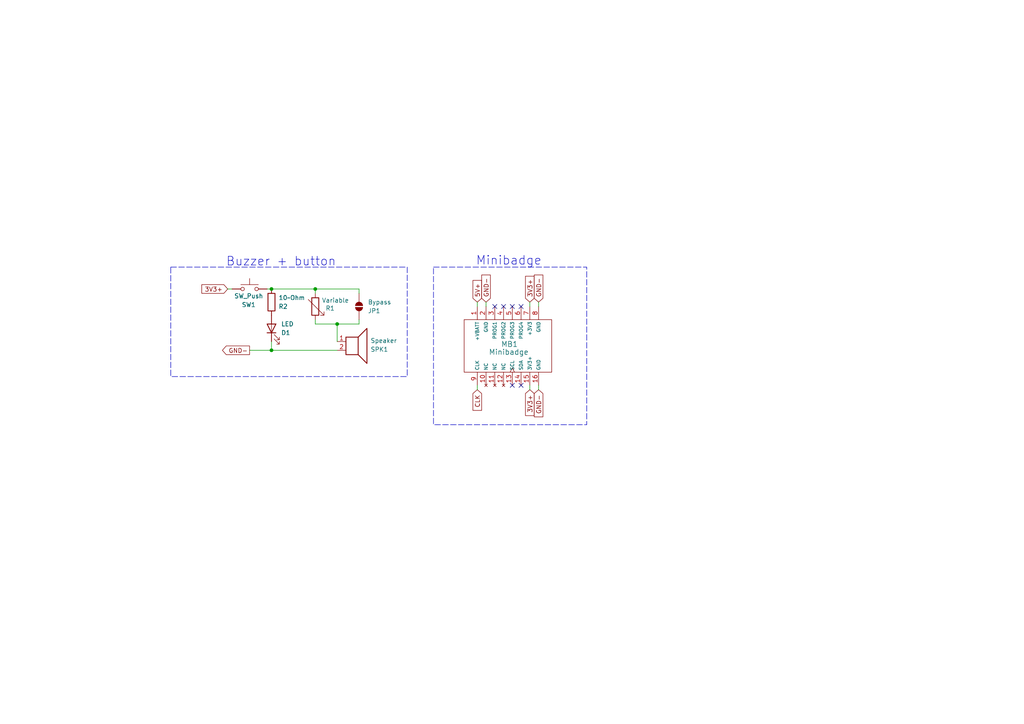
<source format=kicad_sch>
(kicad_sch
	(version 20231120)
	(generator "eeschema")
	(generator_version "8.0")
	(uuid "1e97f6ac-24fe-4635-889a-d89a0466b0ca")
	(paper "A4")
	(lib_symbols
		(symbol "Device:LED"
			(pin_numbers hide)
			(pin_names
				(offset 1.016) hide)
			(exclude_from_sim no)
			(in_bom yes)
			(on_board yes)
			(property "Reference" "D"
				(at 0 2.54 0)
				(effects
					(font
						(size 1.27 1.27)
					)
				)
			)
			(property "Value" "LED"
				(at 0 -2.54 0)
				(effects
					(font
						(size 1.27 1.27)
					)
				)
			)
			(property "Footprint" ""
				(at 0 0 0)
				(effects
					(font
						(size 1.27 1.27)
					)
					(hide yes)
				)
			)
			(property "Datasheet" "~"
				(at 0 0 0)
				(effects
					(font
						(size 1.27 1.27)
					)
					(hide yes)
				)
			)
			(property "Description" "Light emitting diode"
				(at 0 0 0)
				(effects
					(font
						(size 1.27 1.27)
					)
					(hide yes)
				)
			)
			(property "ki_keywords" "LED diode"
				(at 0 0 0)
				(effects
					(font
						(size 1.27 1.27)
					)
					(hide yes)
				)
			)
			(property "ki_fp_filters" "LED* LED_SMD:* LED_THT:*"
				(at 0 0 0)
				(effects
					(font
						(size 1.27 1.27)
					)
					(hide yes)
				)
			)
			(symbol "LED_0_1"
				(polyline
					(pts
						(xy -1.27 -1.27) (xy -1.27 1.27)
					)
					(stroke
						(width 0.254)
						(type default)
					)
					(fill
						(type none)
					)
				)
				(polyline
					(pts
						(xy -1.27 0) (xy 1.27 0)
					)
					(stroke
						(width 0)
						(type default)
					)
					(fill
						(type none)
					)
				)
				(polyline
					(pts
						(xy 1.27 -1.27) (xy 1.27 1.27) (xy -1.27 0) (xy 1.27 -1.27)
					)
					(stroke
						(width 0.254)
						(type default)
					)
					(fill
						(type none)
					)
				)
				(polyline
					(pts
						(xy -3.048 -0.762) (xy -4.572 -2.286) (xy -3.81 -2.286) (xy -4.572 -2.286) (xy -4.572 -1.524)
					)
					(stroke
						(width 0)
						(type default)
					)
					(fill
						(type none)
					)
				)
				(polyline
					(pts
						(xy -1.778 -0.762) (xy -3.302 -2.286) (xy -2.54 -2.286) (xy -3.302 -2.286) (xy -3.302 -1.524)
					)
					(stroke
						(width 0)
						(type default)
					)
					(fill
						(type none)
					)
				)
			)
			(symbol "LED_1_1"
				(pin passive line
					(at -3.81 0 0)
					(length 2.54)
					(name "K"
						(effects
							(font
								(size 1.27 1.27)
							)
						)
					)
					(number "1"
						(effects
							(font
								(size 1.27 1.27)
							)
						)
					)
				)
				(pin passive line
					(at 3.81 0 180)
					(length 2.54)
					(name "A"
						(effects
							(font
								(size 1.27 1.27)
							)
						)
					)
					(number "2"
						(effects
							(font
								(size 1.27 1.27)
							)
						)
					)
				)
			)
		)
		(symbol "Device:R"
			(pin_numbers hide)
			(pin_names
				(offset 0)
			)
			(exclude_from_sim no)
			(in_bom yes)
			(on_board yes)
			(property "Reference" "R"
				(at 2.032 0 90)
				(effects
					(font
						(size 1.27 1.27)
					)
				)
			)
			(property "Value" "R"
				(at 0 0 90)
				(effects
					(font
						(size 1.27 1.27)
					)
				)
			)
			(property "Footprint" ""
				(at -1.778 0 90)
				(effects
					(font
						(size 1.27 1.27)
					)
					(hide yes)
				)
			)
			(property "Datasheet" "~"
				(at 0 0 0)
				(effects
					(font
						(size 1.27 1.27)
					)
					(hide yes)
				)
			)
			(property "Description" "Resistor"
				(at 0 0 0)
				(effects
					(font
						(size 1.27 1.27)
					)
					(hide yes)
				)
			)
			(property "ki_keywords" "R res resistor"
				(at 0 0 0)
				(effects
					(font
						(size 1.27 1.27)
					)
					(hide yes)
				)
			)
			(property "ki_fp_filters" "R_*"
				(at 0 0 0)
				(effects
					(font
						(size 1.27 1.27)
					)
					(hide yes)
				)
			)
			(symbol "R_0_1"
				(rectangle
					(start -1.016 -2.54)
					(end 1.016 2.54)
					(stroke
						(width 0.254)
						(type default)
					)
					(fill
						(type none)
					)
				)
			)
			(symbol "R_1_1"
				(pin passive line
					(at 0 3.81 270)
					(length 1.27)
					(name "~"
						(effects
							(font
								(size 1.27 1.27)
							)
						)
					)
					(number "1"
						(effects
							(font
								(size 1.27 1.27)
							)
						)
					)
				)
				(pin passive line
					(at 0 -3.81 90)
					(length 1.27)
					(name "~"
						(effects
							(font
								(size 1.27 1.27)
							)
						)
					)
					(number "2"
						(effects
							(font
								(size 1.27 1.27)
							)
						)
					)
				)
			)
		)
		(symbol "Device:R_Variable"
			(pin_numbers hide)
			(pin_names
				(offset 0)
			)
			(exclude_from_sim no)
			(in_bom yes)
			(on_board yes)
			(property "Reference" "R"
				(at 2.54 -2.54 90)
				(effects
					(font
						(size 1.27 1.27)
					)
					(justify left)
				)
			)
			(property "Value" "R_Variable"
				(at -2.54 -1.27 90)
				(effects
					(font
						(size 1.27 1.27)
					)
					(justify left)
				)
			)
			(property "Footprint" ""
				(at -1.778 0 90)
				(effects
					(font
						(size 1.27 1.27)
					)
					(hide yes)
				)
			)
			(property "Datasheet" "~"
				(at 0 0 0)
				(effects
					(font
						(size 1.27 1.27)
					)
					(hide yes)
				)
			)
			(property "Description" "Variable resistor"
				(at 0 0 0)
				(effects
					(font
						(size 1.27 1.27)
					)
					(hide yes)
				)
			)
			(property "ki_keywords" "R res resistor variable potentiometer rheostat"
				(at 0 0 0)
				(effects
					(font
						(size 1.27 1.27)
					)
					(hide yes)
				)
			)
			(property "ki_fp_filters" "R_*"
				(at 0 0 0)
				(effects
					(font
						(size 1.27 1.27)
					)
					(hide yes)
				)
			)
			(symbol "R_Variable_0_1"
				(rectangle
					(start -1.016 -2.54)
					(end 1.016 2.54)
					(stroke
						(width 0.254)
						(type default)
					)
					(fill
						(type none)
					)
				)
				(polyline
					(pts
						(xy 2.54 1.524) (xy 2.54 2.54) (xy 1.524 2.54) (xy 2.54 2.54) (xy -2.032 -2.032)
					)
					(stroke
						(width 0)
						(type default)
					)
					(fill
						(type none)
					)
				)
			)
			(symbol "R_Variable_1_1"
				(pin passive line
					(at 0 3.81 270)
					(length 1.27)
					(name "~"
						(effects
							(font
								(size 1.27 1.27)
							)
						)
					)
					(number "1"
						(effects
							(font
								(size 1.27 1.27)
							)
						)
					)
				)
				(pin passive line
					(at 0 -3.81 90)
					(length 1.27)
					(name "~"
						(effects
							(font
								(size 1.27 1.27)
							)
						)
					)
					(number "2"
						(effects
							(font
								(size 1.27 1.27)
							)
						)
					)
				)
			)
		)
		(symbol "Device:Speaker"
			(pin_names
				(offset 0) hide)
			(exclude_from_sim no)
			(in_bom yes)
			(on_board yes)
			(property "Reference" "LS"
				(at 1.27 5.715 0)
				(effects
					(font
						(size 1.27 1.27)
					)
					(justify right)
				)
			)
			(property "Value" "Speaker"
				(at 1.27 3.81 0)
				(effects
					(font
						(size 1.27 1.27)
					)
					(justify right)
				)
			)
			(property "Footprint" ""
				(at 0 -5.08 0)
				(effects
					(font
						(size 1.27 1.27)
					)
					(hide yes)
				)
			)
			(property "Datasheet" "~"
				(at -0.254 -1.27 0)
				(effects
					(font
						(size 1.27 1.27)
					)
					(hide yes)
				)
			)
			(property "Description" "Speaker"
				(at 0 0 0)
				(effects
					(font
						(size 1.27 1.27)
					)
					(hide yes)
				)
			)
			(property "ki_keywords" "speaker sound"
				(at 0 0 0)
				(effects
					(font
						(size 1.27 1.27)
					)
					(hide yes)
				)
			)
			(symbol "Speaker_0_0"
				(rectangle
					(start -2.54 1.27)
					(end 1.016 -3.81)
					(stroke
						(width 0.254)
						(type default)
					)
					(fill
						(type none)
					)
				)
				(polyline
					(pts
						(xy 1.016 1.27) (xy 3.556 3.81) (xy 3.556 -6.35) (xy 1.016 -3.81)
					)
					(stroke
						(width 0.254)
						(type default)
					)
					(fill
						(type none)
					)
				)
			)
			(symbol "Speaker_1_1"
				(pin input line
					(at -5.08 0 0)
					(length 2.54)
					(name "1"
						(effects
							(font
								(size 1.27 1.27)
							)
						)
					)
					(number "1"
						(effects
							(font
								(size 1.27 1.27)
							)
						)
					)
				)
				(pin input line
					(at -5.08 -2.54 0)
					(length 2.54)
					(name "2"
						(effects
							(font
								(size 1.27 1.27)
							)
						)
					)
					(number "2"
						(effects
							(font
								(size 1.27 1.27)
							)
						)
					)
				)
			)
		)
		(symbol "Jumper:SolderJumper_2_Open"
			(pin_numbers hide)
			(pin_names
				(offset 0) hide)
			(exclude_from_sim yes)
			(in_bom no)
			(on_board yes)
			(property "Reference" "JP"
				(at 0 2.032 0)
				(effects
					(font
						(size 1.27 1.27)
					)
				)
			)
			(property "Value" "SolderJumper_2_Open"
				(at 0 -2.54 0)
				(effects
					(font
						(size 1.27 1.27)
					)
				)
			)
			(property "Footprint" ""
				(at 0 0 0)
				(effects
					(font
						(size 1.27 1.27)
					)
					(hide yes)
				)
			)
			(property "Datasheet" "~"
				(at 0 0 0)
				(effects
					(font
						(size 1.27 1.27)
					)
					(hide yes)
				)
			)
			(property "Description" "Solder Jumper, 2-pole, open"
				(at 0 0 0)
				(effects
					(font
						(size 1.27 1.27)
					)
					(hide yes)
				)
			)
			(property "ki_keywords" "solder jumper SPST"
				(at 0 0 0)
				(effects
					(font
						(size 1.27 1.27)
					)
					(hide yes)
				)
			)
			(property "ki_fp_filters" "SolderJumper*Open*"
				(at 0 0 0)
				(effects
					(font
						(size 1.27 1.27)
					)
					(hide yes)
				)
			)
			(symbol "SolderJumper_2_Open_0_1"
				(arc
					(start -0.254 1.016)
					(mid -1.2656 0)
					(end -0.254 -1.016)
					(stroke
						(width 0)
						(type default)
					)
					(fill
						(type none)
					)
				)
				(arc
					(start -0.254 1.016)
					(mid -1.2656 0)
					(end -0.254 -1.016)
					(stroke
						(width 0)
						(type default)
					)
					(fill
						(type outline)
					)
				)
				(polyline
					(pts
						(xy -0.254 1.016) (xy -0.254 -1.016)
					)
					(stroke
						(width 0)
						(type default)
					)
					(fill
						(type none)
					)
				)
				(polyline
					(pts
						(xy 0.254 1.016) (xy 0.254 -1.016)
					)
					(stroke
						(width 0)
						(type default)
					)
					(fill
						(type none)
					)
				)
				(arc
					(start 0.254 -1.016)
					(mid 1.2656 0)
					(end 0.254 1.016)
					(stroke
						(width 0)
						(type default)
					)
					(fill
						(type none)
					)
				)
				(arc
					(start 0.254 -1.016)
					(mid 1.2656 0)
					(end 0.254 1.016)
					(stroke
						(width 0)
						(type default)
					)
					(fill
						(type outline)
					)
				)
			)
			(symbol "SolderJumper_2_Open_1_1"
				(pin passive line
					(at -3.81 0 0)
					(length 2.54)
					(name "A"
						(effects
							(font
								(size 1.27 1.27)
							)
						)
					)
					(number "1"
						(effects
							(font
								(size 1.27 1.27)
							)
						)
					)
				)
				(pin passive line
					(at 3.81 0 180)
					(length 2.54)
					(name "B"
						(effects
							(font
								(size 1.27 1.27)
							)
						)
					)
					(number "2"
						(effects
							(font
								(size 1.27 1.27)
							)
						)
					)
				)
			)
		)
		(symbol "MiniBadge:MiniBadge_Full"
			(exclude_from_sim no)
			(in_bom yes)
			(on_board yes)
			(property "Reference" "MB"
				(at 8.89 0 0)
				(effects
					(font
						(size 1.27 1.27)
					)
				)
			)
			(property "Value" "MiniBadge_Full"
				(at -10.16 0 0)
				(effects
					(font
						(size 1.27 1.27)
					)
					(justify left)
				)
			)
			(property "Footprint" ""
				(at 0 0 0)
				(effects
					(font
						(size 1.27 1.27)
					)
					(hide yes)
				)
			)
			(property "Datasheet" ""
				(at 0 0 0)
				(effects
					(font
						(size 1.27 1.27)
					)
					(hide yes)
				)
			)
			(property "Description" ""
				(at 0 0 0)
				(effects
					(font
						(size 1.27 1.27)
					)
					(hide yes)
				)
			)
			(symbol "MiniBadge_Full_0_1"
				(rectangle
					(start -12.7 7.62)
					(end 12.7 -7.62)
					(stroke
						(width 0)
						(type default)
					)
					(fill
						(type none)
					)
				)
			)
			(symbol "MiniBadge_Full_1_1"
				(pin power_out line
					(at -8.89 11.43 270)
					(length 3.81)
					(name "+VBATT"
						(effects
							(font
								(size 1 1)
							)
						)
					)
					(number "1"
						(effects
							(font
								(size 1.27 1.27)
							)
						)
					)
				)
				(pin no_connect line
					(at -6.35 -11.43 90)
					(length 3.81)
					(name "NC"
						(effects
							(font
								(size 1 1)
							)
						)
					)
					(number "10"
						(effects
							(font
								(size 1.27 1.27)
							)
						)
					)
				)
				(pin no_connect line
					(at -3.81 -11.43 90)
					(length 3.81)
					(name "NC"
						(effects
							(font
								(size 1 1)
							)
						)
					)
					(number "11"
						(effects
							(font
								(size 1.27 1.27)
							)
						)
					)
				)
				(pin no_connect line
					(at -1.27 -11.43 90)
					(length 3.81)
					(name "NC"
						(effects
							(font
								(size 1 1)
							)
						)
					)
					(number "12"
						(effects
							(font
								(size 1.27 1.27)
							)
						)
					)
				)
				(pin bidirectional clock
					(at 1.27 -11.43 90)
					(length 3.81)
					(name "SCL"
						(effects
							(font
								(size 1 1)
							)
						)
					)
					(number "13"
						(effects
							(font
								(size 1.27 1.27)
							)
						)
					)
				)
				(pin output line
					(at 3.81 -11.43 90)
					(length 3.81)
					(name "SDA"
						(effects
							(font
								(size 1 1)
							)
						)
					)
					(number "14"
						(effects
							(font
								(size 1.27 1.27)
							)
						)
					)
				)
				(pin power_out line
					(at 6.35 -11.43 90)
					(length 3.81)
					(name "3V3+"
						(effects
							(font
								(size 1 1)
							)
						)
					)
					(number "15"
						(effects
							(font
								(size 1.27 1.27)
							)
						)
					)
				)
				(pin power_out line
					(at 8.89 -11.43 90)
					(length 3.81)
					(name "GND"
						(effects
							(font
								(size 1 1)
							)
						)
					)
					(number "16"
						(effects
							(font
								(size 1.27 1.27)
							)
						)
					)
				)
				(pin power_out line
					(at -6.35 11.43 270)
					(length 3.81)
					(name "GND"
						(effects
							(font
								(size 1 1)
							)
						)
					)
					(number "2"
						(effects
							(font
								(size 1.27 1.27)
							)
						)
					)
				)
				(pin bidirectional line
					(at -3.81 11.43 270)
					(length 3.81)
					(name "PROG1"
						(effects
							(font
								(size 1 1)
							)
						)
					)
					(number "3"
						(effects
							(font
								(size 1.27 1.27)
							)
						)
					)
				)
				(pin bidirectional line
					(at -1.27 11.43 270)
					(length 3.81)
					(name "PROG2"
						(effects
							(font
								(size 1 1)
							)
						)
					)
					(number "4"
						(effects
							(font
								(size 1.27 1.27)
							)
						)
					)
				)
				(pin bidirectional line
					(at 1.27 11.43 270)
					(length 3.81)
					(name "PROG3"
						(effects
							(font
								(size 1 1)
							)
						)
					)
					(number "5"
						(effects
							(font
								(size 1.27 1.27)
							)
						)
					)
				)
				(pin bidirectional line
					(at 3.81 11.43 270)
					(length 3.81)
					(name "PROG4"
						(effects
							(font
								(size 1 1)
							)
						)
					)
					(number "6"
						(effects
							(font
								(size 1.27 1.27)
							)
						)
					)
				)
				(pin power_out line
					(at 6.35 11.43 270)
					(length 3.81)
					(name "+3V3"
						(effects
							(font
								(size 1 1)
							)
						)
					)
					(number "7"
						(effects
							(font
								(size 1.27 1.27)
							)
						)
					)
				)
				(pin power_out line
					(at 8.89 11.43 270)
					(length 3.81)
					(name "GND"
						(effects
							(font
								(size 1 1)
							)
						)
					)
					(number "8"
						(effects
							(font
								(size 1.27 1.27)
							)
						)
					)
				)
				(pin output line
					(at -8.89 -11.43 90)
					(length 3.81)
					(name "CLK"
						(effects
							(font
								(size 1 1)
							)
						)
					)
					(number "9"
						(effects
							(font
								(size 1.27 1.27)
							)
						)
					)
				)
			)
		)
		(symbol "Switch:SW_Push"
			(pin_numbers hide)
			(pin_names
				(offset 1.016) hide)
			(exclude_from_sim no)
			(in_bom yes)
			(on_board yes)
			(property "Reference" "SW"
				(at 1.27 2.54 0)
				(effects
					(font
						(size 1.27 1.27)
					)
					(justify left)
				)
			)
			(property "Value" "SW_Push"
				(at 0 -1.524 0)
				(effects
					(font
						(size 1.27 1.27)
					)
				)
			)
			(property "Footprint" ""
				(at 0 5.08 0)
				(effects
					(font
						(size 1.27 1.27)
					)
					(hide yes)
				)
			)
			(property "Datasheet" "~"
				(at 0 5.08 0)
				(effects
					(font
						(size 1.27 1.27)
					)
					(hide yes)
				)
			)
			(property "Description" "Push button switch, generic, two pins"
				(at 0 0 0)
				(effects
					(font
						(size 1.27 1.27)
					)
					(hide yes)
				)
			)
			(property "ki_keywords" "switch normally-open pushbutton push-button"
				(at 0 0 0)
				(effects
					(font
						(size 1.27 1.27)
					)
					(hide yes)
				)
			)
			(symbol "SW_Push_0_1"
				(circle
					(center -2.032 0)
					(radius 0.508)
					(stroke
						(width 0)
						(type default)
					)
					(fill
						(type none)
					)
				)
				(polyline
					(pts
						(xy 0 1.27) (xy 0 3.048)
					)
					(stroke
						(width 0)
						(type default)
					)
					(fill
						(type none)
					)
				)
				(polyline
					(pts
						(xy 2.54 1.27) (xy -2.54 1.27)
					)
					(stroke
						(width 0)
						(type default)
					)
					(fill
						(type none)
					)
				)
				(circle
					(center 2.032 0)
					(radius 0.508)
					(stroke
						(width 0)
						(type default)
					)
					(fill
						(type none)
					)
				)
				(pin passive line
					(at -5.08 0 0)
					(length 2.54)
					(name "1"
						(effects
							(font
								(size 1.27 1.27)
							)
						)
					)
					(number "1"
						(effects
							(font
								(size 1.27 1.27)
							)
						)
					)
				)
				(pin passive line
					(at 5.08 0 180)
					(length 2.54)
					(name "2"
						(effects
							(font
								(size 1.27 1.27)
							)
						)
					)
					(number "2"
						(effects
							(font
								(size 1.27 1.27)
							)
						)
					)
				)
			)
		)
	)
	(junction
		(at 78.74 83.82)
		(diameter 0)
		(color 0 0 0 0)
		(uuid "03a1e519-461e-49d0-b4c4-b3c6da720c5e")
	)
	(junction
		(at 97.79 93.98)
		(diameter 0)
		(color 0 0 0 0)
		(uuid "1f355e8b-5973-44db-9c9d-31cb7f50891b")
	)
	(junction
		(at 91.44 83.82)
		(diameter 0)
		(color 0 0 0 0)
		(uuid "5a1d49eb-ef0a-49c1-80c7-bce604c61824")
	)
	(junction
		(at 78.74 101.6)
		(diameter 0)
		(color 0 0 0 0)
		(uuid "e285dfa3-c1a4-4f86-a669-2c75372d2e37")
	)
	(no_connect
		(at 148.59 111.76)
		(uuid "2c64db71-89fd-431c-ad33-1313225e95ce")
	)
	(no_connect
		(at 151.13 88.9)
		(uuid "392c3ac2-8dac-4eda-a4a5-07578a2e92a2")
	)
	(no_connect
		(at 146.05 88.9)
		(uuid "80b492af-0844-47d9-8058-a73bc979913d")
	)
	(no_connect
		(at 143.51 88.9)
		(uuid "8dbf3e4f-e594-4d54-a997-09b41c8eb211")
	)
	(no_connect
		(at 148.59 88.9)
		(uuid "a298bf58-43c2-4bad-9661-b6cb27da6c70")
	)
	(no_connect
		(at 151.13 111.76)
		(uuid "b839b7b8-094f-421c-b040-ada5038cc7b9")
	)
	(wire
		(pts
			(xy 104.14 83.82) (xy 104.14 85.09)
		)
		(stroke
			(width 0)
			(type default)
		)
		(uuid "0ea51b82-e387-4a0e-8969-1d28fc153f37")
	)
	(wire
		(pts
			(xy 140.97 87.63) (xy 140.97 88.9)
		)
		(stroke
			(width 0)
			(type default)
		)
		(uuid "25b98748-3b84-46f8-a21a-3ca50c3412b8")
	)
	(wire
		(pts
			(xy 78.74 101.6) (xy 97.79 101.6)
		)
		(stroke
			(width 0)
			(type default)
		)
		(uuid "342a35f6-a499-4212-a35f-06b5666c07e9")
	)
	(wire
		(pts
			(xy 138.43 111.76) (xy 138.43 113.03)
		)
		(stroke
			(width 0)
			(type default)
		)
		(uuid "37365772-aca6-4265-a76c-6603133ab81a")
	)
	(wire
		(pts
			(xy 153.67 87.63) (xy 153.67 88.9)
		)
		(stroke
			(width 0)
			(type default)
		)
		(uuid "432a5ecc-39e0-4628-a6c4-7ae554092931")
	)
	(wire
		(pts
			(xy 156.21 87.63) (xy 156.21 88.9)
		)
		(stroke
			(width 0)
			(type default)
		)
		(uuid "522d7ad1-9b0e-4bb4-9a7c-625eb3841cab")
	)
	(wire
		(pts
			(xy 77.47 83.82) (xy 78.74 83.82)
		)
		(stroke
			(width 0)
			(type default)
		)
		(uuid "61c2c07c-a1a0-4745-921c-7aa51e3e6e43")
	)
	(wire
		(pts
			(xy 72.39 101.6) (xy 78.74 101.6)
		)
		(stroke
			(width 0)
			(type default)
		)
		(uuid "6484a088-e146-4795-b5ab-c89247e0e5e1")
	)
	(wire
		(pts
			(xy 91.44 83.82) (xy 104.14 83.82)
		)
		(stroke
			(width 0)
			(type default)
		)
		(uuid "811c25ed-5225-4e31-9489-2ebcf7836345")
	)
	(wire
		(pts
			(xy 78.74 101.6) (xy 78.74 99.06)
		)
		(stroke
			(width 0)
			(type default)
		)
		(uuid "8279b137-e453-4cbf-ae25-c0a551194d3b")
	)
	(wire
		(pts
			(xy 91.44 83.82) (xy 91.44 85.09)
		)
		(stroke
			(width 0)
			(type default)
		)
		(uuid "90979408-a3ef-432f-a198-cd1d533f074b")
	)
	(wire
		(pts
			(xy 104.14 92.71) (xy 104.14 93.98)
		)
		(stroke
			(width 0)
			(type default)
		)
		(uuid "955d4778-67be-4b00-9fb8-25a407a4df1f")
	)
	(wire
		(pts
			(xy 66.04 83.82) (xy 67.31 83.82)
		)
		(stroke
			(width 0)
			(type default)
		)
		(uuid "9ae3a206-a7bd-4b91-bc2c-e53fc80e5e05")
	)
	(wire
		(pts
			(xy 104.14 93.98) (xy 97.79 93.98)
		)
		(stroke
			(width 0)
			(type default)
		)
		(uuid "9f55cf27-417c-460d-8262-5315aae5ede9")
	)
	(wire
		(pts
			(xy 97.79 93.98) (xy 91.44 93.98)
		)
		(stroke
			(width 0)
			(type default)
		)
		(uuid "cf59524c-8090-4444-b835-c7183483c370")
	)
	(wire
		(pts
			(xy 138.43 87.63) (xy 138.43 88.9)
		)
		(stroke
			(width 0)
			(type default)
		)
		(uuid "d3bd6154-dc4f-428a-b7e4-31530669883a")
	)
	(wire
		(pts
			(xy 97.79 93.98) (xy 97.79 99.06)
		)
		(stroke
			(width 0)
			(type default)
		)
		(uuid "f087b104-701c-41ae-8234-1cffc99a6f69")
	)
	(wire
		(pts
			(xy 91.44 92.71) (xy 91.44 93.98)
		)
		(stroke
			(width 0)
			(type default)
		)
		(uuid "f2ff539d-0d1a-4988-8dfb-90fb5262edcc")
	)
	(wire
		(pts
			(xy 156.21 113.03) (xy 156.21 111.76)
		)
		(stroke
			(width 0)
			(type default)
		)
		(uuid "f390aa6d-8ee2-47f9-81b9-53c5037ce2ee")
	)
	(wire
		(pts
			(xy 153.67 111.76) (xy 153.67 113.03)
		)
		(stroke
			(width 0)
			(type default)
		)
		(uuid "f90d72f8-5067-4227-bf88-a3f2a46f7faf")
	)
	(wire
		(pts
			(xy 78.74 83.82) (xy 91.44 83.82)
		)
		(stroke
			(width 0)
			(type default)
		)
		(uuid "fdac4275-6b23-4af4-bbb3-0cee4f5681af")
	)
	(rectangle
		(start 49.53 77.47)
		(end 118.11 109.22)
		(stroke
			(width 0)
			(type dash)
		)
		(fill
			(type none)
		)
		(uuid 51bfca50-71bb-4d34-98e8-7d800e82d4a8)
	)
	(rectangle
		(start 125.73 77.47)
		(end 170.18 123.19)
		(stroke
			(width 0)
			(type dash)
		)
		(fill
			(type none)
		)
		(uuid 58b65046-abac-4be1-a49f-e69781fd2077)
	)
	(text "Minibadge"
		(exclude_from_sim no)
		(at 147.574 75.692 0)
		(effects
			(font
				(size 2.54 2.54)
			)
		)
		(uuid "46ec6eda-5c09-4e84-8100-20be90af5c03")
	)
	(text "Buzzer + button"
		(exclude_from_sim no)
		(at 81.534 75.946 0)
		(effects
			(font
				(size 2.54 2.54)
			)
		)
		(uuid "81a526c8-1763-44c1-bd75-4915e4a9d27d")
	)
	(global_label "GND-"
		(shape input)
		(at 140.97 87.63 90)
		(fields_autoplaced yes)
		(effects
			(font
				(size 1.27 1.27)
			)
			(justify left)
		)
		(uuid "078b7c89-554c-41f8-990b-052382deb68f")
		(property "Intersheetrefs" "${INTERSHEET_REFS}"
			(at 140.97 79.2019 90)
			(effects
				(font
					(size 1.27 1.27)
				)
				(justify left)
				(hide yes)
			)
		)
	)
	(global_label "GND-"
		(shape input)
		(at 156.21 87.63 90)
		(fields_autoplaced yes)
		(effects
			(font
				(size 1.27 1.27)
			)
			(justify left)
		)
		(uuid "39a024ee-7d78-489e-a852-631fcf5d56ae")
		(property "Intersheetrefs" "${INTERSHEET_REFS}"
			(at 156.21 79.2019 90)
			(effects
				(font
					(size 1.27 1.27)
				)
				(justify left)
				(hide yes)
			)
		)
	)
	(global_label "3V3+"
		(shape input)
		(at 153.67 87.63 90)
		(fields_autoplaced yes)
		(effects
			(font
				(size 1.27 1.27)
			)
			(justify left)
		)
		(uuid "65e22894-0fd2-49f6-93f3-01d6909e2b9a")
		(property "Intersheetrefs" "${INTERSHEET_REFS}"
			(at 153.67 79.5648 90)
			(effects
				(font
					(size 1.27 1.27)
				)
				(justify left)
				(hide yes)
			)
		)
	)
	(global_label "5V+"
		(shape input)
		(at 138.43 87.63 90)
		(fields_autoplaced yes)
		(effects
			(font
				(size 1.27 1.27)
			)
			(justify left)
		)
		(uuid "835dee71-5782-4132-8d65-2e152f4b451e")
		(property "Intersheetrefs" "${INTERSHEET_REFS}"
			(at 138.43 80.7743 90)
			(effects
				(font
					(size 1.27 1.27)
				)
				(justify left)
				(hide yes)
			)
		)
	)
	(global_label "GND-"
		(shape output)
		(at 72.39 101.6 180)
		(fields_autoplaced yes)
		(effects
			(font
				(size 1.27 1.27)
			)
			(justify right)
		)
		(uuid "8cae6659-557a-40bf-bd2b-7ccac970c3d4")
		(property "Intersheetrefs" "${INTERSHEET_REFS}"
			(at 63.9619 101.6 0)
			(effects
				(font
					(size 1.27 1.27)
				)
				(justify right)
				(hide yes)
			)
		)
	)
	(global_label "GND-"
		(shape input)
		(at 156.21 113.03 270)
		(fields_autoplaced yes)
		(effects
			(font
				(size 1.27 1.27)
			)
			(justify right)
		)
		(uuid "a7816a41-4fd5-42c7-85df-6adf53421b35")
		(property "Intersheetrefs" "${INTERSHEET_REFS}"
			(at 156.21 121.4581 90)
			(effects
				(font
					(size 1.27 1.27)
				)
				(justify right)
				(hide yes)
			)
		)
	)
	(global_label "3V3+"
		(shape input)
		(at 153.67 113.03 270)
		(fields_autoplaced yes)
		(effects
			(font
				(size 1.27 1.27)
			)
			(justify right)
		)
		(uuid "aab1ba47-bc19-4f14-bd88-7b6e01d380e0")
		(property "Intersheetrefs" "${INTERSHEET_REFS}"
			(at 153.67 121.0952 90)
			(effects
				(font
					(size 1.27 1.27)
				)
				(justify right)
				(hide yes)
			)
		)
	)
	(global_label "3V3+"
		(shape input)
		(at 66.04 83.82 180)
		(fields_autoplaced yes)
		(effects
			(font
				(size 1.27 1.27)
			)
			(justify right)
		)
		(uuid "b7c3bd71-0968-4234-8380-9c4f1c8824d1")
		(property "Intersheetrefs" "${INTERSHEET_REFS}"
			(at 57.9748 83.82 0)
			(effects
				(font
					(size 1.27 1.27)
				)
				(justify right)
				(hide yes)
			)
		)
	)
	(global_label "CLK"
		(shape input)
		(at 138.43 113.03 270)
		(fields_autoplaced yes)
		(effects
			(font
				(size 1.27 1.27)
			)
			(justify right)
		)
		(uuid "cc344963-6a43-4a2b-92d4-cd01fa86042c")
		(property "Intersheetrefs" "${INTERSHEET_REFS}"
			(at 138.43 119.5833 90)
			(effects
				(font
					(size 1.27 1.27)
				)
				(justify right)
				(hide yes)
			)
		)
	)
	(symbol
		(lib_id "Device:R")
		(at 78.74 87.63 0)
		(unit 1)
		(exclude_from_sim no)
		(in_bom yes)
		(on_board yes)
		(dnp no)
		(uuid "4122067f-0fc2-4ff9-b9c9-80987a3755b7")
		(property "Reference" "R2"
			(at 80.772 88.9 0)
			(effects
				(font
					(size 1.27 1.27)
				)
				(justify left)
			)
		)
		(property "Value" "10~Ohm"
			(at 80.772 86.36 0)
			(effects
				(font
					(size 1.27 1.27)
				)
				(justify left)
			)
		)
		(property "Footprint" "Resistor_SMD:R_1206_3216Metric_Pad1.30x1.75mm_HandSolder"
			(at 76.962 87.63 90)
			(effects
				(font
					(size 1.27 1.27)
				)
				(hide yes)
			)
		)
		(property "Datasheet" "~"
			(at 78.74 87.63 0)
			(effects
				(font
					(size 1.27 1.27)
				)
				(hide yes)
			)
		)
		(property "Description" "Resistor"
			(at 78.74 87.63 0)
			(effects
				(font
					(size 1.27 1.27)
				)
				(hide yes)
			)
		)
		(pin "1"
			(uuid "5c03bbcb-7fa2-459e-8285-33710539c37d")
		)
		(pin "2"
			(uuid "79f1c92e-fa4f-4c8f-b0da-d4836963961b")
		)
		(instances
			(project ""
				(path "/1e97f6ac-24fe-4635-889a-d89a0466b0ca"
					(reference "R2")
					(unit 1)
				)
			)
		)
	)
	(symbol
		(lib_id "Device:R_Variable")
		(at 91.44 88.9 0)
		(mirror x)
		(unit 1)
		(exclude_from_sim no)
		(in_bom yes)
		(on_board yes)
		(dnp no)
		(uuid "4156566c-0bd4-4f99-9d22-c26b05062757")
		(property "Reference" "R1"
			(at 95.758 89.408 0)
			(effects
				(font
					(size 1.27 1.27)
				)
			)
		)
		(property "Value" "Variable"
			(at 97.282 87.122 0)
			(effects
				(font
					(size 1.27 1.27)
				)
			)
		)
		(property "Footprint" "Potentiometer_SMD:Potentiometer_Bourns_TC33X_Vertical"
			(at 89.662 88.9 90)
			(effects
				(font
					(size 1.27 1.27)
				)
				(hide yes)
			)
		)
		(property "Datasheet" "~"
			(at 91.44 88.9 0)
			(effects
				(font
					(size 1.27 1.27)
				)
				(hide yes)
			)
		)
		(property "Description" "Variable resistor"
			(at 91.44 88.9 0)
			(effects
				(font
					(size 1.27 1.27)
				)
				(hide yes)
			)
		)
		(pin "2"
			(uuid "131a1657-68cc-4c95-81b6-504a8af64213")
		)
		(pin "1"
			(uuid "854d3e32-82ca-47ef-b600-f5236082bccd")
		)
		(instances
			(project "Buzzer Minibadge"
				(path "/1e97f6ac-24fe-4635-889a-d89a0466b0ca"
					(reference "R1")
					(unit 1)
				)
			)
		)
	)
	(symbol
		(lib_id "MiniBadge:MiniBadge_Full")
		(at 147.32 100.33 0)
		(unit 1)
		(exclude_from_sim no)
		(in_bom yes)
		(on_board yes)
		(dnp no)
		(uuid "7a838f78-7fa3-4d7f-9970-89af40a2dee4")
		(property "Reference" "MB1"
			(at 145.288 99.822 0)
			(effects
				(font
					(size 1.524 1.524)
				)
				(justify left)
			)
		)
		(property "Value" "Minibadge"
			(at 141.732 102.108 0)
			(effects
				(font
					(size 1.524 1.524)
				)
				(justify left)
			)
		)
		(property "Footprint" "minibadge_kicad:SAINTCON-Minibadge-Simple"
			(at 147.32 100.33 0)
			(effects
				(font
					(size 1.27 1.27)
				)
				(hide yes)
			)
		)
		(property "Datasheet" ""
			(at 147.32 100.33 0)
			(effects
				(font
					(size 1.27 1.27)
				)
				(hide yes)
			)
		)
		(property "Description" ""
			(at 147.32 100.33 0)
			(effects
				(font
					(size 1.27 1.27)
				)
				(hide yes)
			)
		)
		(pin "15"
			(uuid "91402f9d-445e-4522-9a31-aa5a6b6f36e7")
		)
		(pin "2"
			(uuid "b2895238-870e-45c9-9a99-ff32b2231843")
		)
		(pin "1"
			(uuid "df98a06c-028b-4562-b77e-b3dca3ec1a9f")
		)
		(pin "10"
			(uuid "2bd3b091-3563-477b-9a0a-6e2a4580687c")
		)
		(pin "8"
			(uuid "a533011d-f0b0-4fe3-a0af-19edd55babc3")
		)
		(pin "9"
			(uuid "4f6b95cb-8bb3-4365-96e8-81aeaa000492")
		)
		(pin "16"
			(uuid "34f8720f-6be2-4da3-9a38-e6491a1a5905")
		)
		(pin "7"
			(uuid "545e8160-0bf6-4d33-9de2-e7edb3268e5d")
		)
		(pin "5"
			(uuid "18826a39-cd7c-4d5f-8818-13a6c118d7ae")
		)
		(pin "3"
			(uuid "742861f1-533b-47cf-85d6-a74728e3e1d2")
		)
		(pin "12"
			(uuid "da55334c-4eb7-426c-ad68-6bdaf3ca6216")
		)
		(pin "14"
			(uuid "c8e6f9f5-460d-45af-be4c-4bb1f7e89922")
		)
		(pin "6"
			(uuid "53f89797-6693-4918-a0bd-b93c7b667eda")
		)
		(pin "13"
			(uuid "b00a6dcb-cacf-4b55-ae5a-838338ce8a54")
		)
		(pin "11"
			(uuid "95f9bdcd-76c9-4512-91ce-f4d03f27a0bb")
		)
		(pin "4"
			(uuid "cfb8645e-8182-4fbc-b6b8-463871f523ba")
		)
		(instances
			(project "pips_first_minibadge"
				(path "/1e97f6ac-24fe-4635-889a-d89a0466b0ca"
					(reference "MB1")
					(unit 1)
				)
			)
		)
	)
	(symbol
		(lib_id "Jumper:SolderJumper_2_Open")
		(at 104.14 88.9 270)
		(mirror x)
		(unit 1)
		(exclude_from_sim yes)
		(in_bom no)
		(on_board yes)
		(dnp no)
		(uuid "7dd73298-62a4-40d2-8f38-43925e6bd474")
		(property "Reference" "JP1"
			(at 106.68 90.1701 90)
			(effects
				(font
					(size 1.27 1.27)
				)
				(justify left)
			)
		)
		(property "Value" "Bypass"
			(at 106.68 87.6301 90)
			(effects
				(font
					(size 1.27 1.27)
				)
				(justify left)
			)
		)
		(property "Footprint" "Jumper:SolderJumper-2_P1.3mm_Open_TrianglePad1.0x1.5mm"
			(at 104.14 88.9 0)
			(effects
				(font
					(size 1.27 1.27)
				)
				(hide yes)
			)
		)
		(property "Datasheet" "~"
			(at 104.14 88.9 0)
			(effects
				(font
					(size 1.27 1.27)
				)
				(hide yes)
			)
		)
		(property "Description" "Solder Jumper, 2-pole, open"
			(at 104.14 88.9 0)
			(effects
				(font
					(size 1.27 1.27)
				)
				(hide yes)
			)
		)
		(pin "1"
			(uuid "d25aa9bd-96fa-45e8-8971-f4731ed25db3")
		)
		(pin "2"
			(uuid "930d1247-ce83-415a-bde5-c54790d85768")
		)
		(instances
			(project ""
				(path "/1e97f6ac-24fe-4635-889a-d89a0466b0ca"
					(reference "JP1")
					(unit 1)
				)
			)
		)
	)
	(symbol
		(lib_id "Device:LED")
		(at 78.74 95.25 90)
		(unit 1)
		(exclude_from_sim no)
		(in_bom yes)
		(on_board yes)
		(dnp no)
		(uuid "8e02c17d-1cbc-45b9-b06d-ac08117f3ec5")
		(property "Reference" "D1"
			(at 81.534 96.52 90)
			(effects
				(font
					(size 1.27 1.27)
				)
				(justify right)
			)
		)
		(property "Value" "LED"
			(at 81.534 93.98 90)
			(effects
				(font
					(size 1.27 1.27)
				)
				(justify right)
			)
		)
		(property "Footprint" "LED_SMD:LED_1206_3216Metric_Pad1.42x1.75mm_HandSolder"
			(at 78.74 95.25 0)
			(effects
				(font
					(size 1.27 1.27)
				)
				(hide yes)
			)
		)
		(property "Datasheet" "~"
			(at 78.74 95.25 0)
			(effects
				(font
					(size 1.27 1.27)
				)
				(hide yes)
			)
		)
		(property "Description" "Light emitting diode"
			(at 78.74 95.25 0)
			(effects
				(font
					(size 1.27 1.27)
				)
				(hide yes)
			)
		)
		(pin "1"
			(uuid "d844272f-18d9-4100-a50a-7915e6e3c0c7")
		)
		(pin "2"
			(uuid "72c89745-8378-4969-9aec-fbc4e573c0c6")
		)
		(instances
			(project ""
				(path "/1e97f6ac-24fe-4635-889a-d89a0466b0ca"
					(reference "D1")
					(unit 1)
				)
			)
		)
	)
	(symbol
		(lib_id "Switch:SW_Push")
		(at 72.39 83.82 0)
		(mirror y)
		(unit 1)
		(exclude_from_sim no)
		(in_bom yes)
		(on_board yes)
		(dnp no)
		(uuid "abb0f6a5-750a-4547-9b28-e4d1858ed351")
		(property "Reference" "SW1"
			(at 72.136 88.392 0)
			(effects
				(font
					(size 1.27 1.27)
				)
			)
		)
		(property "Value" "SW_Push"
			(at 72.136 85.852 0)
			(effects
				(font
					(size 1.27 1.27)
				)
			)
		)
		(property "Footprint" "Button_Switch_THT:SW_PUSH-12mm"
			(at 72.39 78.74 0)
			(effects
				(font
					(size 1.27 1.27)
				)
				(hide yes)
			)
		)
		(property "Datasheet" "~"
			(at 72.39 78.74 0)
			(effects
				(font
					(size 1.27 1.27)
				)
				(hide yes)
			)
		)
		(property "Description" "Push button switch, generic, two pins"
			(at 72.39 83.82 0)
			(effects
				(font
					(size 1.27 1.27)
				)
				(hide yes)
			)
		)
		(pin "2"
			(uuid "dff37d64-1990-4d5e-af17-74169f5f6e88")
		)
		(pin "1"
			(uuid "7a18a071-db18-406e-bb47-bae568973430")
		)
		(instances
			(project ""
				(path "/1e97f6ac-24fe-4635-889a-d89a0466b0ca"
					(reference "SW1")
					(unit 1)
				)
			)
		)
	)
	(symbol
		(lib_id "Device:Speaker")
		(at 102.87 99.06 0)
		(unit 1)
		(exclude_from_sim no)
		(in_bom yes)
		(on_board yes)
		(dnp no)
		(uuid "ecbd984a-c04a-4cc0-9905-0a218c35e455")
		(property "Reference" "SPK1"
			(at 107.442 101.346 0)
			(effects
				(font
					(size 1.27 1.27)
				)
				(justify left)
			)
		)
		(property "Value" "Speaker"
			(at 107.442 98.806 0)
			(effects
				(font
					(size 1.27 1.27)
				)
				(justify left)
			)
		)
		(property "Footprint" "Buzzer_Beeper:Buzzer_12x9.5RM7.6"
			(at 102.87 104.14 0)
			(effects
				(font
					(size 1.27 1.27)
				)
				(hide yes)
			)
		)
		(property "Datasheet" "~"
			(at 102.616 100.33 0)
			(effects
				(font
					(size 1.27 1.27)
				)
				(hide yes)
			)
		)
		(property "Description" "Speaker"
			(at 102.87 99.06 0)
			(effects
				(font
					(size 1.27 1.27)
				)
				(hide yes)
			)
		)
		(pin "2"
			(uuid "2d9ea1dd-c5b1-4f65-bbd7-71334d712cdb")
		)
		(pin "1"
			(uuid "30c447f0-24b5-4957-9ca5-ad176fa408c0")
		)
		(instances
			(project ""
				(path "/1e97f6ac-24fe-4635-889a-d89a0466b0ca"
					(reference "SPK1")
					(unit 1)
				)
			)
		)
	)
	(sheet_instances
		(path "/"
			(page "1")
		)
	)
)

</source>
